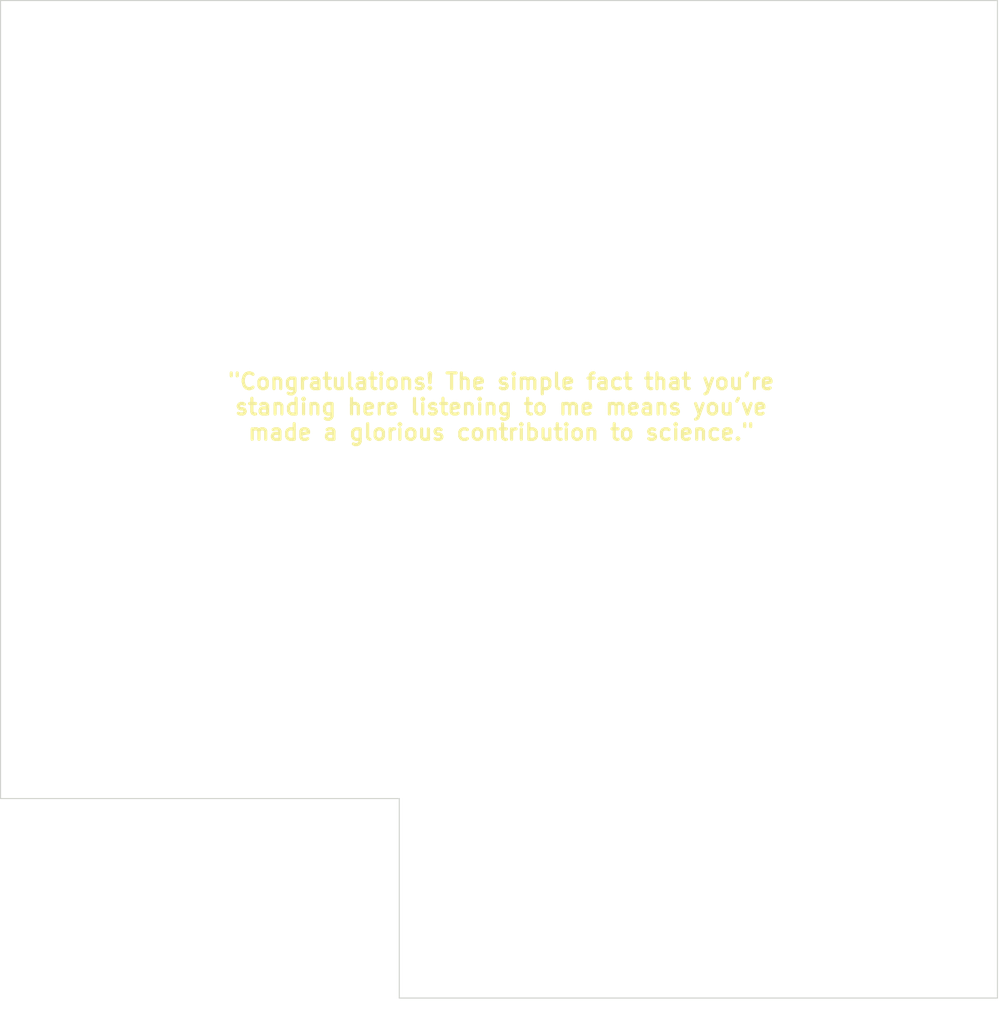
<source format=kicad_pcb>
(kicad_pcb (version 4) (host pcbnew 4.0.7)

  (general
    (links 0)
    (no_connects 0)
    (area 79.449999 44.449999 174.550001 143.950001)
    (thickness 1.6)
    (drawings 8)
    (tracks 0)
    (zones 0)
    (modules 4)
    (nets 2)
  )

  (page A4)
  (layers
    (0 F.Cu signal)
    (31 B.Cu signal)
    (32 B.Adhes user)
    (33 F.Adhes user)
    (34 B.Paste user)
    (35 F.Paste user)
    (36 B.SilkS user)
    (37 F.SilkS user)
    (38 B.Mask user)
    (39 F.Mask user)
    (40 Dwgs.User user)
    (41 Cmts.User user)
    (42 Eco1.User user)
    (43 Eco2.User user)
    (44 Edge.Cuts user)
    (45 Margin user)
    (46 B.CrtYd user)
    (47 F.CrtYd user)
    (48 B.Fab user)
    (49 F.Fab user)
  )

  (setup
    (last_trace_width 0.25)
    (trace_clearance 0.2)
    (zone_clearance 0.508)
    (zone_45_only no)
    (trace_min 0.2)
    (segment_width 0.2)
    (edge_width 0.1)
    (via_size 0.6)
    (via_drill 0.4)
    (via_min_size 0.4)
    (via_min_drill 0.3)
    (uvia_size 0.3)
    (uvia_drill 0.1)
    (uvias_allowed no)
    (uvia_min_size 0.2)
    (uvia_min_drill 0.1)
    (pcb_text_width 0.3)
    (pcb_text_size 1.5 1.5)
    (mod_edge_width 0.15)
    (mod_text_size 1 1)
    (mod_text_width 0.15)
    (pad_size 1.5 1.5)
    (pad_drill 0.6)
    (pad_to_mask_clearance 0)
    (aux_axis_origin 0 0)
    (visible_elements FFFFF77F)
    (pcbplotparams
      (layerselection 0x010f0_80000001)
      (usegerberextensions true)
      (excludeedgelayer true)
      (linewidth 0.100000)
      (plotframeref false)
      (viasonmask false)
      (mode 1)
      (useauxorigin false)
      (hpglpennumber 1)
      (hpglpenspeed 20)
      (hpglpendiameter 15)
      (hpglpenoverlay 2)
      (psnegative false)
      (psa4output false)
      (plotreference true)
      (plotvalue true)
      (plotinvisibletext false)
      (padsonsilk false)
      (subtractmaskfromsilk false)
      (outputformat 1)
      (mirror false)
      (drillshape 0)
      (scaleselection 1)
      (outputdirectory gerber-base/))
  )

  (net 0 "")
  (net 1 GND)

  (net_class Default "This is the default net class."
    (clearance 0.2)
    (trace_width 0.25)
    (via_dia 0.6)
    (via_drill 0.4)
    (uvia_dia 0.3)
    (uvia_drill 0.1)
  )

  (module Mounting_Holes:MountingHole_2.2mm_M2 locked (layer F.Cu) (tedit 5A2C5A4C) (tstamp 5A2C1999)
    (at 155.5 120.5)
    (descr "Mounting Hole 2.2mm, no annular, M2")
    (tags "mounting hole 2.2mm no annular m2")
    (attr virtual)
    (fp_text reference M8 (at 0 -3.2) (layer F.SilkS) hide
      (effects (font (size 1 1) (thickness 0.15)))
    )
    (fp_text value MountingHole_8.4mm_M8 (at 0 3.2) (layer F.Fab)
      (effects (font (size 1 1) (thickness 0.15)))
    )
    (fp_text user %R (at 0.3 0) (layer F.Fab)
      (effects (font (size 1 1) (thickness 0.15)))
    )
    (fp_circle (center 0 0) (end 2.2 0) (layer Cmts.User) (width 0.15))
    (fp_circle (center 0 0) (end 2.45 0) (layer F.CrtYd) (width 0.05))
    (pad 1 np_thru_hole circle (at 0 0) (size 2.2 2.2) (drill 2.2) (layers *.Cu *.Mask))
  )

  (module Mounting_Holes:MountingHole_2.2mm_M2 (layer F.Cu) (tedit 5A2C5A5D) (tstamp 5A2C19B2)
    (at 155.5 63.5)
    (descr "Mounting Hole 2.2mm, no annular, M2")
    (tags "mounting hole 2.2mm no annular m2")
    (attr virtual)
    (fp_text reference M8 (at 0 -3.2) (layer F.SilkS) hide
      (effects (font (size 1 1) (thickness 0.15)))
    )
    (fp_text value MountingHole_8.4mm_M8 (at 0 3.2) (layer F.Fab)
      (effects (font (size 1 1) (thickness 0.15)))
    )
    (fp_text user %R (at 0.3 0) (layer F.Fab)
      (effects (font (size 1 1) (thickness 0.15)))
    )
    (fp_circle (center 0 0) (end 2.2 0) (layer Cmts.User) (width 0.15))
    (fp_circle (center 0 0) (end 2.45 0) (layer F.CrtYd) (width 0.05))
    (pad 1 np_thru_hole circle (at 0 0) (size 2.2 2.2) (drill 2.2) (layers *.Cu *.Mask))
  )

  (module Mounting_Holes:MountingHole_2.2mm_M2 (layer F.Cu) (tedit 5A2C5A61) (tstamp 5A2C19BA)
    (at 98.5 63.5)
    (descr "Mounting Hole 2.2mm, no annular, M2")
    (tags "mounting hole 2.2mm no annular m2")
    (attr virtual)
    (fp_text reference M8 (at 0 -3.2) (layer F.SilkS) hide
      (effects (font (size 1 1) (thickness 0.15)))
    )
    (fp_text value MountingHole_8.4mm_M8 (at 0 3.2) (layer F.Fab)
      (effects (font (size 1 1) (thickness 0.15)))
    )
    (fp_text user %R (at 0.3 0) (layer F.Fab)
      (effects (font (size 1 1) (thickness 0.15)))
    )
    (fp_circle (center 0 0) (end 2.2 0) (layer Cmts.User) (width 0.15))
    (fp_circle (center 0 0) (end 2.45 0) (layer F.CrtYd) (width 0.05))
    (pad 1 np_thru_hole circle (at 0 0) (size 2.2 2.2) (drill 2.2) (layers *.Cu *.Mask))
  )

  (module Mounting_Holes:MountingHole_2.2mm_M2 (layer F.Cu) (tedit 5A2C5A59) (tstamp 5A2C19C2)
    (at 98.5 101.5)
    (descr "Mounting Hole 2.2mm, no annular, M2")
    (tags "mounting hole 2.2mm no annular m2")
    (attr virtual)
    (fp_text reference M8 (at 0 -3.2) (layer F.SilkS) hide
      (effects (font (size 1 1) (thickness 0.15)))
    )
    (fp_text value MountingHole_8.4mm_M8 (at 0 3.2) (layer F.Fab)
      (effects (font (size 1 1) (thickness 0.15)))
    )
    (fp_text user %R (at 0.3 0) (layer F.Fab)
      (effects (font (size 1 1) (thickness 0.15)))
    )
    (fp_circle (center 0 0) (end 2.2 0) (layer Cmts.User) (width 0.15))
    (fp_circle (center 0 0) (end 2.45 0) (layer F.CrtYd) (width 0.05))
    (pad 1 np_thru_hole circle (at 0 0) (size 2.2 2.2) (drill 2.2) (layers *.Cu *.Mask))
  )

  (gr_text "\"Congratulations! The simple fact that you're\nstanding here listening to me means you've\nmade a glorious contribution to science.\"" (at 127.2 83.2) (layer F.SilkS)
    (effects (font (size 1.5 1.5) (thickness 0.3)))
  )
  (dimension 94.75 (width 0.3) (layer Dwgs.User)
    (gr_text "94.750 mm" (at 127.125 142.6) (layer Dwgs.User)
      (effects (font (size 1.5 1.5) (thickness 0.3)))
    )
    (feature1 (pts (xy 79.75 120) (xy 79.75 143.95)))
    (feature2 (pts (xy 174.5 120) (xy 174.5 143.95)))
    (crossbar (pts (xy 174.5 141.25) (xy 79.75 141.25)))
    (arrow1a (pts (xy 79.75 141.25) (xy 80.876504 140.663579)))
    (arrow1b (pts (xy 79.75 141.25) (xy 80.876504 141.836421)))
    (arrow2a (pts (xy 174.5 141.25) (xy 173.373496 140.663579)))
    (arrow2b (pts (xy 174.5 141.25) (xy 173.373496 141.836421)))
  )
  (gr_line (start 117.5 120.5) (end 117.5 139.5) (angle 90) (layer Edge.Cuts) (width 0.1))
  (gr_line (start 79.5 120.5) (end 117.5 120.5) (angle 90) (layer Edge.Cuts) (width 0.1))
  (gr_line (start 117.5 139.5) (end 174.5 139.5) (angle 90) (layer Edge.Cuts) (width 0.1) (tstamp 5A2BEEAF))
  (gr_line (start 174.5 44.5) (end 174.5 139.5) (angle 90) (layer Edge.Cuts) (width 0.1) (tstamp 5A2BEEAC))
  (gr_line (start 79.5 44.5) (end 79.5 120.5) (angle 90) (layer Edge.Cuts) (width 0.1))
  (gr_line (start 79.5 44.5) (end 174.5 44.5) (angle 90) (layer Edge.Cuts) (width 0.1))

  (zone (net 1) (net_name GND) (layer F.Cu) (tstamp 5A2C1D74) (hatch edge 0.508)
    (connect_pads (clearance 0.508))
    (min_thickness 0.254)
    (fill yes (arc_segments 16) (thermal_gap 0.508) (thermal_bridge_width 0.508))
    (polygon
      (pts
        (xy 173 138) (xy 119 138) (xy 119 119) (xy 81 119) (xy 81 46)
        (xy 173 46)
      )
    )
  )
  (zone (net 1) (net_name GND) (layer B.Cu) (tstamp 5A2C1D74) (hatch edge 0.508)
    (connect_pads (clearance 0.508))
    (min_thickness 0.254)
    (fill yes (arc_segments 16) (thermal_gap 0.508) (thermal_bridge_width 0.508))
    (polygon
      (pts
        (xy 173 138) (xy 119 138) (xy 119 119) (xy 81 119) (xy 81 46)
        (xy 173 46)
      )
    )
  )
)

</source>
